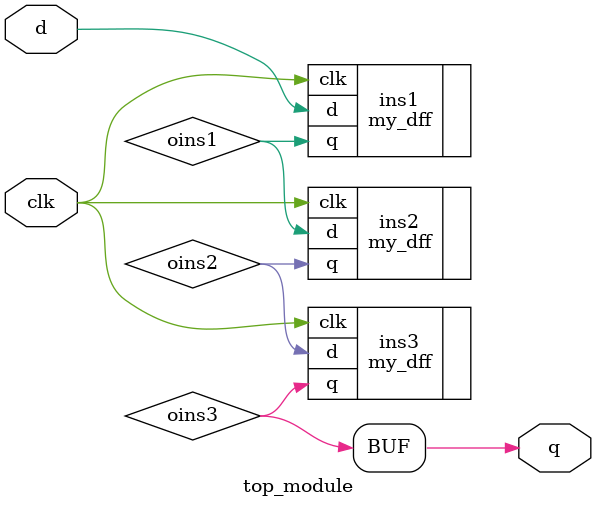
<source format=v>

                                                            
module top_module 
( 
	input	clk, 
	input	d, 
	output	q 
);

wire oins1;
wire oins2;
wire oins3;

my_dff ins1 (.clk(clk), .d(d), .q(oins1));
my_dff ins2 (.clk(clk), .d(oins1), .q(oins2));
my_dff ins3 (.clk(clk), .d(oins2), .q(oins3));

assign q = oins3;

endmodule



</source>
